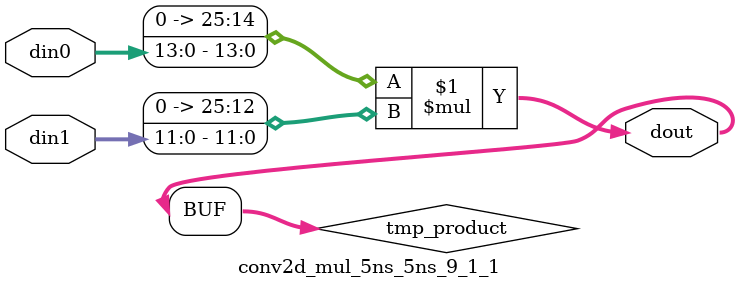
<source format=v>

`timescale 1 ns / 1 ps

 (* DowngradeIPIdentifiedWarnings="yes" *) module conv2d_mul_5ns_5ns_9_1_1(din0, din1, dout);
parameter ID = 1;
parameter NUM_STAGE = 0;
parameter din0_WIDTH = 14;
parameter din1_WIDTH = 12;
parameter dout_WIDTH = 26;

input [din0_WIDTH - 1 : 0] din0; 
input [din1_WIDTH - 1 : 0] din1; 
output [dout_WIDTH - 1 : 0] dout;

wire signed [dout_WIDTH - 1 : 0] tmp_product;
























assign tmp_product = $signed({1'b0, din0}) * $signed({1'b0, din1});











assign dout = tmp_product;





















endmodule

</source>
